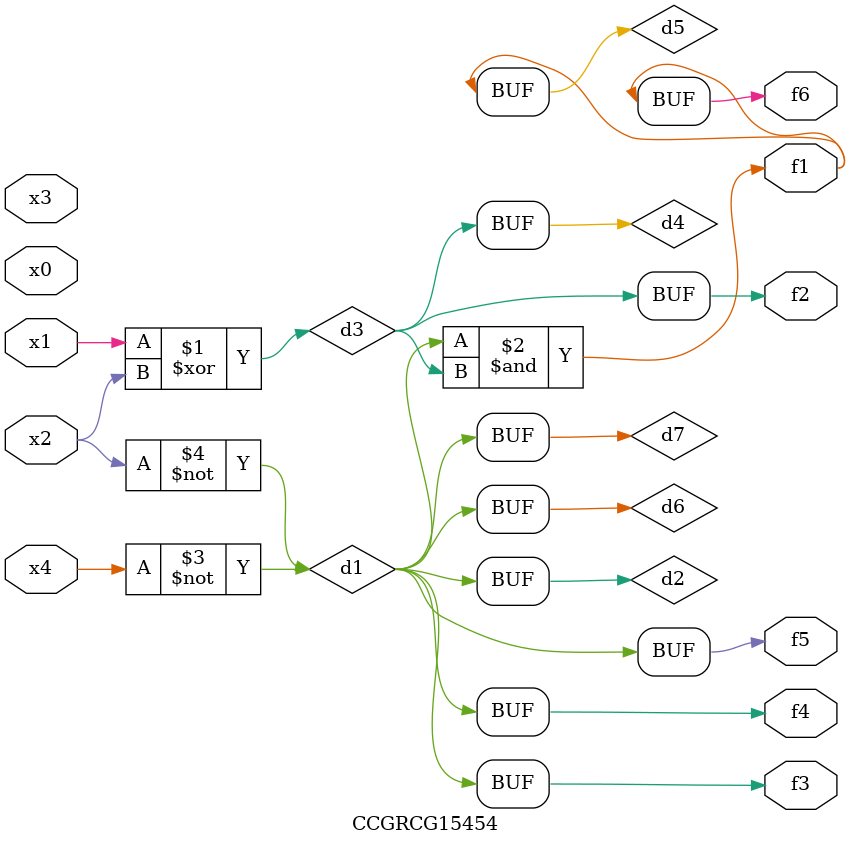
<source format=v>
module CCGRCG15454(
	input x0, x1, x2, x3, x4,
	output f1, f2, f3, f4, f5, f6
);

	wire d1, d2, d3, d4, d5, d6, d7;

	not (d1, x4);
	not (d2, x2);
	xor (d3, x1, x2);
	buf (d4, d3);
	and (d5, d1, d3);
	buf (d6, d1, d2);
	buf (d7, d2);
	assign f1 = d5;
	assign f2 = d4;
	assign f3 = d7;
	assign f4 = d7;
	assign f5 = d7;
	assign f6 = d5;
endmodule

</source>
